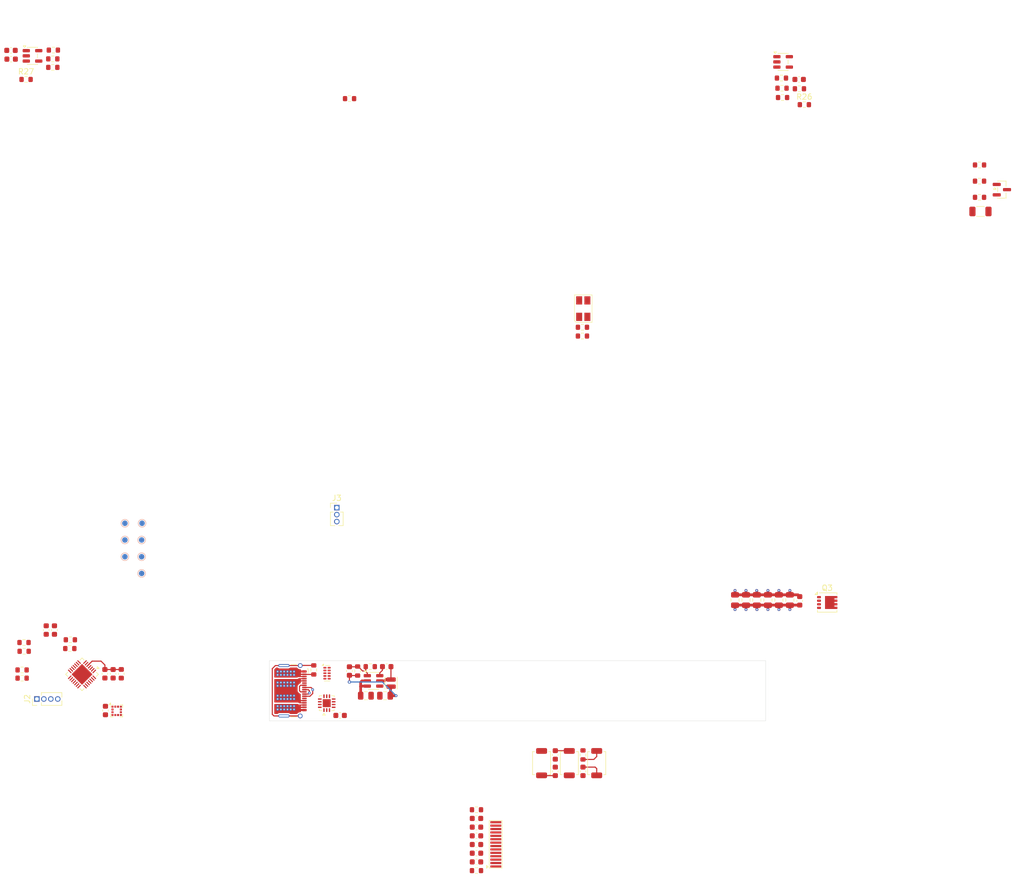
<source format=kicad_pcb>
(kicad_pcb
	(version 20241229)
	(generator "pcbnew")
	(generator_version "9.0")
	(general
		(thickness 1.6)
		(legacy_teardrops no)
	)
	(paper "A4")
	(layers
		(0 "F.Cu" signal)
		(4 "In1.Cu" signal)
		(6 "In2.Cu" signal)
		(2 "B.Cu" signal)
		(9 "F.Adhes" user "F.Adhesive")
		(11 "B.Adhes" user "B.Adhesive")
		(13 "F.Paste" user)
		(15 "B.Paste" user)
		(5 "F.SilkS" user "F.Silkscreen")
		(7 "B.SilkS" user "B.Silkscreen")
		(1 "F.Mask" user)
		(3 "B.Mask" user)
		(17 "Dwgs.User" user "User.Drawings")
		(19 "Cmts.User" user "User.Comments")
		(21 "Eco1.User" user "User.Eco1")
		(23 "Eco2.User" user "User.Eco2")
		(25 "Edge.Cuts" user)
		(27 "Margin" user)
		(31 "F.CrtYd" user "F.Courtyard")
		(29 "B.CrtYd" user "B.Courtyard")
		(35 "F.Fab" user)
		(33 "B.Fab" user)
		(39 "User.1" user)
		(41 "User.2" user)
		(43 "User.3" user)
		(45 "User.4" user)
	)
	(setup
		(stackup
			(layer "F.SilkS"
				(type "Top Silk Screen")
				(color "Black")
			)
			(layer "F.Paste"
				(type "Top Solder Paste")
			)
			(layer "F.Mask"
				(type "Top Solder Mask")
				(color "White")
				(thickness 0.01)
			)
			(layer "F.Cu"
				(type "copper")
				(thickness 0.035)
			)
			(layer "dielectric 1"
				(type "prepreg")
				(thickness 0.1)
				(material "FR4")
				(epsilon_r 4.5)
				(loss_tangent 0.02)
			)
			(layer "In1.Cu"
				(type "copper")
				(thickness 0.035)
			)
			(layer "dielectric 2"
				(type "core")
				(thickness 1.24)
				(material "FR4")
				(epsilon_r 4.5)
				(loss_tangent 0.02)
			)
			(layer "In2.Cu"
				(type "copper")
				(thickness 0.035)
			)
			(layer "dielectric 3"
				(type "prepreg")
				(thickness 0.1)
				(material "FR4")
				(epsilon_r 4.5)
				(loss_tangent 0.02)
			)
			(layer "B.Cu"
				(type "copper")
				(thickness 0.035)
			)
			(layer "B.Mask"
				(type "Bottom Solder Mask")
				(thickness 0.01)
			)
			(layer "B.Paste"
				(type "Bottom Solder Paste")
			)
			(layer "B.SilkS"
				(type "Bottom Silk Screen")
			)
			(copper_finish "None")
			(dielectric_constraints no)
		)
		(pad_to_mask_clearance 0)
		(allow_soldermask_bridges_in_footprints no)
		(tenting front back)
		(pcbplotparams
			(layerselection 0x00000000_00000000_55555555_5755f5ff)
			(plot_on_all_layers_selection 0x00000000_00000000_00000000_00000000)
			(disableapertmacros no)
			(usegerberextensions no)
			(usegerberattributes yes)
			(usegerberadvancedattributes yes)
			(creategerberjobfile yes)
			(dashed_line_dash_ratio 12.000000)
			(dashed_line_gap_ratio 3.000000)
			(svgprecision 4)
			(plotframeref no)
			(mode 1)
			(useauxorigin no)
			(hpglpennumber 1)
			(hpglpenspeed 20)
			(hpglpendiameter 15.000000)
			(pdf_front_fp_property_popups yes)
			(pdf_back_fp_property_popups yes)
			(pdf_metadata yes)
			(pdf_single_document no)
			(dxfpolygonmode yes)
			(dxfimperialunits yes)
			(dxfusepcbnewfont yes)
			(psnegative no)
			(psa4output no)
			(plot_black_and_white yes)
			(sketchpadsonfab no)
			(plotpadnumbers no)
			(hidednponfab no)
			(sketchdnponfab yes)
			(crossoutdnponfab yes)
			(subtractmaskfromsilk no)
			(outputformat 1)
			(mirror no)
			(drillshape 1)
			(scaleselection 1)
			(outputdirectory "")
		)
	)
	(net 0 "")
	(net 1 "+3.3V")
	(net 2 "GND")
	(net 3 "VBUS")
	(net 4 "Net-(U4-SW)")
	(net 5 "Net-(U4-BST)")
	(net 6 "Net-(U4-FB)")
	(net 7 "/NRST")
	(net 8 "/BTN1")
	(net 9 "/BTN2")
	(net 10 "/TC_FB")
	(net 11 "Net-(U6--)")
	(net 12 "/BOOTSEL")
	(net 13 "Net-(D1-A2)")
	(net 14 "Net-(D1-A1)")
	(net 15 "/SCL")
	(net 16 "/DISP_NRST")
	(net 17 "/SDA")
	(net 18 "/SHUNT_L")
	(net 19 "/TIP_H")
	(net 20 "/SWDIO")
	(net 21 "/D-")
	(net 22 "/D+")
	(net 23 "/HEATER_ON")
	(net 24 "/CURR_FB")
	(net 25 "/VBUS_FB")
	(net 26 "/TIP_K")
	(net 27 "Net-(U6-+)")
	(net 28 "/LED_B")
	(net 29 "/LED_A")
	(net 30 "/PA15")
	(net 31 "/PD0")
	(net 32 "/PD1")
	(net 33 "/CC2")
	(net 34 "/CC1")
	(net 35 "/LED_RING")
	(net 36 "/ACC_INT1")
	(net 37 "/SWCLK")
	(net 38 "/INT_N")
	(net 39 "/ACC_INT2")
	(net 40 "/PB3")
	(net 41 "Net-(J4-Pin_13)")
	(net 42 "Net-(J4-Pin_2)")
	(net 43 "Net-(J4-Pin_1)")
	(net 44 "Net-(J4-Pin_4)")
	(net 45 "Net-(J4-Pin_3)")
	(net 46 "Net-(J4-Pin_14)")
	(net 47 "Net-(U7--)")
	(net 48 "Net-(J1-SHIELD)")
	(net 49 "unconnected-(J4-Pin_6-Pad6)")
	(net 50 "Net-(J4-Pin_12)")
	(net 51 "Net-(Q1-C)")
	(net 52 "Net-(Q1-B)")
	(net 53 "Net-(R13-Pad2)")
	(net 54 "Net-(U7-+)")
	(net 55 "unconnected-(U5-~{CS}-Pad10)")
	(net 56 "/JDP")
	(net 57 "/JDN")
	(net 58 "unconnected-(U8-NC-Pad6)")
	(net 59 "unconnected-(U8-NC-Pad10)")
	(net 60 "unconnected-(U8-NC-Pad7)")
	(net 61 "unconnected-(U8-NC-Pad9)")
	(net 62 "Net-(Q3-G)")
	(net 63 "Net-(C31-Pad2)")
	(net 64 "Net-(J4-Pin_9)")
	(net 65 "Net-(R18-Pad2)")
	(net 66 "Net-(U1-VDDA)")
	(footprint "Capacitor_SMD:C_0603_1608Metric" (layer "F.Cu") (at 152.65 167.4 90))
	(footprint "Capacitor_SMD:C_0603_1608Metric" (layer "F.Cu") (at 59.8 141.625 90))
	(footprint "Package_SON:USON-10_2.5x1.0mm_P0.5mm" (layer "F.Cu") (at 111.015 149.5))
	(footprint "Resistor_SMD:R_0603_1608Metric" (layer "F.Cu") (at 61 39))
	(footprint "Package_TO_SOT_SMD:SOT-23-5" (layer "F.Cu") (at 194.2 38))
	(footprint "Resistor_SMD:R_0603_1608Metric" (layer "F.Cu") (at 64.1 145))
	(footprint "Capacitor_SMD:C_0805_2012Metric" (layer "F.Cu") (at 189.4 136.15 -90))
	(footprint "Resistor_SMD:R_0603_1608Metric" (layer "F.Cu") (at 55.4 150.4))
	(footprint "Capacitor_SMD:C_0603_1608Metric" (layer "F.Cu") (at 138.275 180.742857))
	(footprint "Capacitor_SMD:C_0603_1608Metric" (layer "F.Cu") (at 138.275 183.914286))
	(footprint "Inductor_SMD:L_Changjiang_FTC201607S" (layer "F.Cu") (at 122.7 151.3 -90))
	(footprint "Resistor_SMD:R_0603_1608Metric" (layer "F.Cu") (at 55.775 145.5))
	(footprint "Capacitor_SMD:C_0805_2012Metric" (layer "F.Cu") (at 185.43 136.15 -90))
	(footprint "Resistor_SMD:R_0603_1608Metric" (layer "F.Cu") (at 61 37.45))
	(footprint "Package_TO_SOT_SMD:SOT-23-5" (layer "F.Cu") (at 57.3 36.9))
	(footprint "Capacitor_SMD:C_0805_2012Metric" (layer "F.Cu") (at 191.43 136.15 -90))
	(footprint "Resistor_SMD:R_0603_1608Metric" (layer "F.Cu") (at 157.7 164.4 -90))
	(footprint "Capacitor_SMD:C_0603_1608Metric" (layer "F.Cu") (at 72 149.6 -90))
	(footprint "Connector_USB:USB_C_Receptacle_G-Switch_GT-USB-7025" (layer "F.Cu") (at 103.439427 152.7 -90))
	(footprint "Resistor_SMD:R_0603_1608Metric" (layer "F.Cu") (at 116.6 149.1 90))
	(footprint "Capacitor_SMD:C_0603_1608Metric" (layer "F.Cu") (at 138.275 182.328571))
	(footprint "Resistor_SMD:R_0603_1608Metric" (layer "F.Cu") (at 230.025 59.75))
	(footprint "Capacitor_SMD:C_0805_2012Metric" (layer "F.Cu") (at 195.43 136.15 -90))
	(footprint "Capacitor_SMD:C_0603_1608Metric" (layer "F.Cu") (at 197.23 136.3 -90))
	(footprint "Capacitor_SMD:C_0603_1608Metric" (layer "F.Cu") (at 70.5 149.6 -90))
	(footprint "Resistor_SMD:R_0603_1608Metric" (layer "F.Cu") (at 194.1 44.5))
	(footprint "Resistor_SMD:R_1206_3216Metric" (layer "F.Cu") (at 230.1925 65.28))
	(footprint "Capacitor_SMD:C_0603_1608Metric" (layer "F.Cu") (at 138.275 177.571429))
	(footprint "Connector_PinHeader_1.27mm:PinHeader_1x03_P1.27mm_Vertical" (layer "F.Cu") (at 112.8 119.3))
	(footprint "Capacitor_SMD:C_0805_2012Metric" (layer "F.Cu") (at 193.43 136.15 -90))
	(footprint "Resistor_SMD:R_0603_1608Metric" (layer "F.Cu") (at 157.6 86.4))
	(footprint "Capacitor_SMD:C_0603_1608Metric" (layer "F.Cu") (at 152.65 164.4 -90))
	(footprint "Capacitor_SMD:C_0805_2012Metric" (layer "F.Cu") (at 121.6 153.6 180))
	(footprint "Custom:FPC_14" (layer "F.Cu") (at 141.8 180.71 90))
	(footprint "Capacitor_SMD:C_0603_1608Metric" (layer "F.Cu") (at 115.1 149.1 90))
	(footprint "Package_TO_SOT_SMD:TSOT-23-6" (layer "F.Cu") (at 119.5 150.9))
	(footprint "Package_LGA:LGA-12_2x2mm_P0.5mm" (layer "F.Cu") (at 72.65 156.3625))
	(footprint "Package_DFN_QFN:WQFN-28-1EP_4x4mm_P0.4mm_EP2.7x2.7mm" (layer "F.Cu") (at 66.32946 149.704854 -135))
	(footprint "Resistor_SMD:R_0603_1608Metric" (layer "F.Cu") (at 64.2 143.4))
	(footprint "Capacitor_SMD:C_0603_1608Metric" (layer "F.Cu") (at 138.275 179.157143))
	(footprint "Connector_PinHeader_1.27mm:PinHeader_1x04_P1.27mm_Vertical" (layer "F.Cu") (at 58.095 154.2 90))
	(footprint "Capacitor_SMD:C_0603_1608Metric" (layer "F.Cu") (at 70.6 156.3 90))
	(footprint "Resistor_SMD:R_0603_1608Metric" (layer "F.Cu") (at 193.9 40.95))
	(footprint "MountingHole:MountingHole_2.2mm_M2" (layer "F.Cu") (at 127.2 152.7))
	(footprint "Resistor_SMD:R_0603_1608Metric" (layer "F.Cu") (at 55.75 143.9))
	(footprint "Resistor_SMD:R_0603_1608Metric" (layer "F.Cu") (at 194 42.8))
	(footprint "Resistor_SMD:R_0603_1608Metric" (layer "F.Cu") (at 157.6 88))
	(footprint "Capacitor_SMD:C_0603_1608Metric" (layer "F.Cu") (at 61.3 141.625 90))
	(footprint "Resistor_SMD:R_0603_1608Metric"
		(layer "F.Cu")
		(uuid "ab0eb157-05df-49b4-ac3d-5214cd289e0c")
		(at 118.9 148.3)
		(descr "Resistor SMD 0603 (1608 Metric), square (rectangular) end terminal, IPC-7351 nominal, (Body size source: IPC-SM-782 page 72, https://www.pcb-3d.com/wordpress/wp-content/uploads/ipc-sm-782a_amendment_1_and_2.pdf), generated with kicad-footprint-generator")
		(tags "resistor")
		(property "Reference" "R12"
			(at 0 -1.43 0)
			(layer "F.SilkS")
			(hide yes)
			(uuid "fca815ee-6628-40e0-aa11-b3c2d57a4539")
			(effects
				(font
					(size 1 1)
					(thickness 0.15)
				)
			)
		)
		(property "Value" "62k"
			(at 0 1.43 0)
			(layer "F.Fab")
			(uuid "25268201-d032-4cbe-bbfc-358d34dcea5e")
			(effects
				(font
					(size 1 1)
					(thickness 0.15)
				)
			)
		)
		(property "Datasheet" "~"
			(at 0 0 0)
			(layer "F.Fab")
			(hide yes)
			(uuid "7f1841cb-5f9a-4381-9b97-74540ae698f8")
			(effects
				(font
					(size 1.27 1.27)
					(thickness 0.15)
				)
			)
		)
		(property "Description" "Resistor, small symbol"
			(at 0 0 0)
			(layer "F.Fab")
			(hide yes)
			(uuid "22d48b4c-5fcc-4742-b3d2-48e1bd19f7b9")
			(effects
				(font
					(size 1.27 1.27)
					(thickness 0.15)
				)
			)
		)
		(property ki_fp_filters "R_*")
		(path "/fe37838d-55c2-42c5-b428-4ca1ce1f002d")
		(sheetname "/")
		(sheetfile "usbc_soldering_iron.kicad_sch")
		(attr smd)
		(fp_line
			(start -0.237258 -0.5225)
			(end 0.237258 -0.5225)
			(stroke
				(width 0.12)
				(type solid)
			)
			(layer "F.SilkS")
			(uuid "50b12692-f35f-46c5-a9db-e12e9f59805b")
		)
		(fp_line
			(start -0.237258 0.5225)
			(end 0.237258 0.5225)
			(stroke
				(width 0.12)
				(type solid)
			)
			(layer "F.SilkS")
			(uuid "8175484c-b9f2-424a-8d92-bde63dce8a1e")
		)
		(fp_rect
			(start -1.48 -0.73)
			(end 1.48 0.73)
			(stroke
				(width 0.05)
				(type solid)
			)
			(fill no)
			(layer "F.CrtYd")
			(u
... [214495 chars truncated]
</source>
